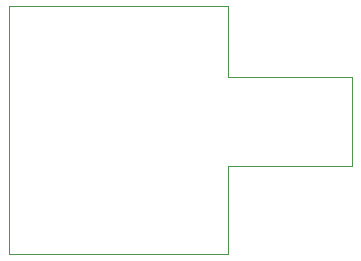
<source format=gbr>
%TF.GenerationSoftware,KiCad,Pcbnew,7.0.9-7.0.9~ubuntu22.04.1*%
%TF.CreationDate,2024-01-17T07:18:58-05:00*%
%TF.ProjectId,imu-adapter,696d752d-6164-4617-9074-65722e6b6963,rev?*%
%TF.SameCoordinates,Original*%
%TF.FileFunction,Profile,NP*%
%FSLAX46Y46*%
G04 Gerber Fmt 4.6, Leading zero omitted, Abs format (unit mm)*
G04 Created by KiCad (PCBNEW 7.0.9-7.0.9~ubuntu22.04.1) date 2024-01-17 07:18:58*
%MOMM*%
%LPD*%
G01*
G04 APERTURE LIST*
%TA.AperFunction,Profile*%
%ADD10C,0.100000*%
%TD*%
G04 APERTURE END LIST*
D10*
X56500000Y-35500000D02*
X75000000Y-35500000D01*
X75000000Y-35500000D02*
X75000000Y-41500000D01*
X75000000Y-49000000D02*
X75000000Y-56500000D01*
X85500000Y-41500000D02*
X85500000Y-49000000D01*
X56500000Y-56500000D02*
X56500000Y-35500000D01*
X85500000Y-49000000D02*
X75000000Y-49000000D01*
X75000000Y-41500000D02*
X85500000Y-41500000D01*
X75000000Y-56500000D02*
X56500000Y-56500000D01*
M02*

</source>
